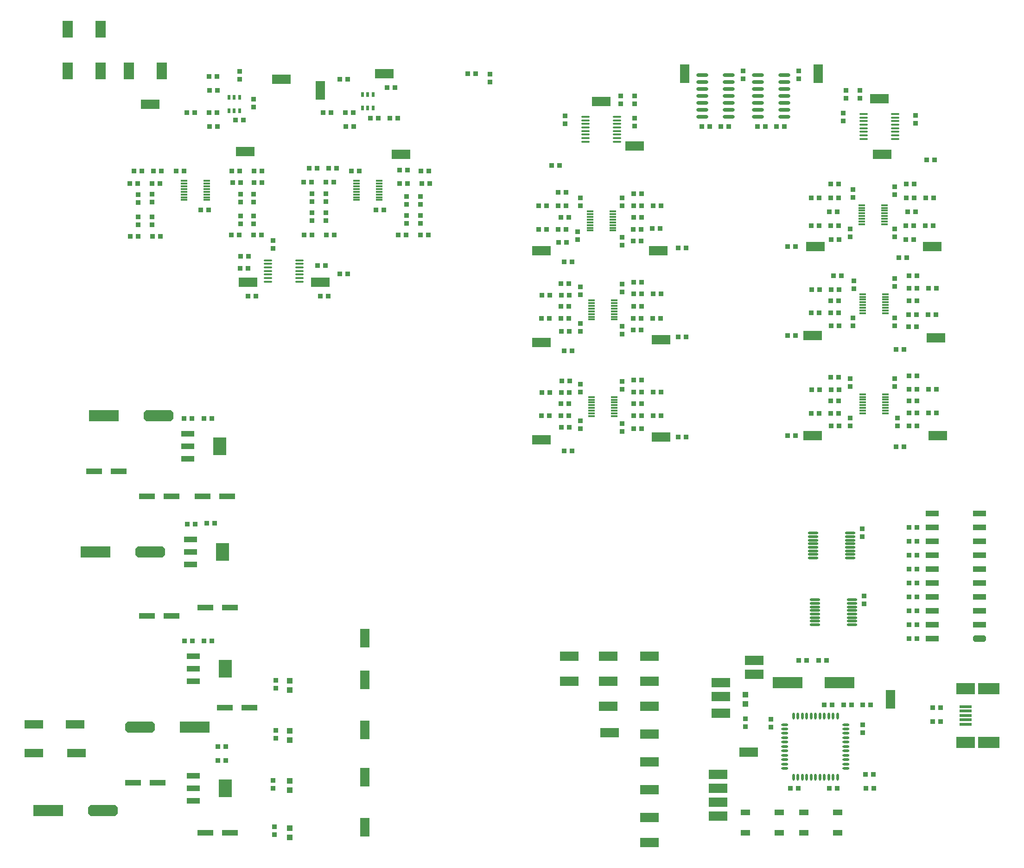
<source format=gtp>
%FSLAX25Y25*%
%MOIN*%
G70*
G01*
G75*
G04 Layer_Color=8421504*
%ADD10R,0.03800X0.03200*%
%ADD11R,0.03200X0.03800*%
%ADD12R,0.11811X0.03937*%
%ADD13R,0.07087X0.13386*%
%ADD14O,0.01800X0.05118*%
%ADD15O,0.05118X0.01800*%
%ADD16R,0.13386X0.07087*%
%ADD17R,0.07087X0.04331*%
%ADD18R,0.03937X0.04331*%
%ADD19O,0.08661X0.02362*%
%ADD20O,0.06102X0.01378*%
%ADD21R,0.04724X0.01181*%
%ADD22R,0.02165X0.03740*%
%ADD23R,0.09449X0.03937*%
%ADD24R,0.09449X0.12992*%
%ADD25R,0.21654X0.07874*%
%ADD26R,0.13780X0.08071*%
%ADD27R,0.15748X0.08071*%
%ADD28R,0.08858X0.01969*%
%ADD29R,0.07600X0.12000*%
G04:AMPARAMS|DCode=30|XSize=216.54mil|YSize=78.74mil|CornerRadius=0mil|HoleSize=0mil|Usage=FLASHONLY|Rotation=180.000|XOffset=0mil|YOffset=0mil|HoleType=Round|Shape=Octagon|*
%AMOCTAGOND30*
4,1,8,-0.10827,0.01969,-0.10827,-0.01969,-0.08858,-0.03937,0.08858,-0.03937,0.10827,-0.01969,0.10827,0.01969,0.08858,0.03937,-0.08858,0.03937,-0.10827,0.01969,0.0*
%
%ADD30OCTAGOND30*%

%ADD31R,0.21654X0.07874*%
%ADD32R,0.13780X0.06299*%
%ADD33O,0.07480X0.01772*%
%ADD34R,0.09606X0.04409*%
G04:AMPARAMS|DCode=35|XSize=96.06mil|YSize=44.09mil|CornerRadius=0mil|HoleSize=0mil|Usage=FLASHONLY|Rotation=180.000|XOffset=0mil|YOffset=0mil|HoleType=Round|Shape=Octagon|*
%AMOCTAGOND35*
4,1,8,-0.04803,0.01102,-0.04803,-0.01102,-0.03701,-0.02205,0.03701,-0.02205,0.04803,-0.01102,0.04803,0.01102,0.03701,0.02205,-0.03701,0.02205,-0.04803,0.01102,0.0*
%
%ADD35OCTAGOND35*%

%ADD36C,0.00800*%
%ADD37C,0.03500*%
%ADD38C,0.05500*%
%ADD39C,0.06000*%
%ADD40C,0.08000*%
%ADD41C,0.02500*%
%ADD42C,0.01000*%
%ADD43C,0.01500*%
%ADD44C,0.02000*%
%ADD45C,0.04000*%
%ADD46C,0.01200*%
%ADD47C,0.01600*%
%ADD48C,0.09000*%
%ADD49C,0.06500*%
%ADD50C,0.06500*%
%ADD51C,0.06000*%
%ADD52R,0.12000X0.12000*%
%ADD53C,0.06200*%
%ADD54R,0.05800X0.05800*%
%ADD55C,0.05800*%
%ADD56P,0.10653X8X112.5*%
%ADD57C,0.09843*%
%ADD58C,0.14500*%
%ADD59C,0.08268*%
%ADD60R,0.08858X0.08858*%
%ADD61C,0.17716*%
%ADD62C,0.15748*%
G04:AMPARAMS|DCode=63|XSize=180mil|YSize=300mil|CornerRadius=0mil|HoleSize=0mil|Usage=FLASHONLY|Rotation=180.000|XOffset=0mil|YOffset=0mil|HoleType=Round|Shape=Octagon|*
%AMOCTAGOND63*
4,1,8,0.04500,-0.15000,-0.04500,-0.15000,-0.09000,-0.10500,-0.09000,0.10500,-0.04500,0.15000,0.04500,0.15000,0.09000,0.10500,0.09000,-0.10500,0.04500,-0.15000,0.0*
%
%ADD63OCTAGOND63*%

%ADD64P,0.25569X8X202.5*%
%ADD65C,0.04000*%
%ADD66C,0.03500*%
%ADD67C,0.03600*%
%ADD68C,0.07000*%
G04:AMPARAMS|DCode=69|XSize=85mil|YSize=85mil|CornerRadius=0mil|HoleSize=0mil|Usage=FLASHONLY|Rotation=0.000|XOffset=0mil|YOffset=0mil|HoleType=Round|Shape=Relief|Width=10mil|Gap=15mil|Entries=4|*
%AMTHD69*
7,0,0,0.08500,0.05500,0.01000,45*
%
%ADD69THD69*%
%ADD70C,0.08000*%
%ADD71C,0.13000*%
G04:AMPARAMS|DCode=72|XSize=86mil|YSize=86mil|CornerRadius=0mil|HoleSize=0mil|Usage=FLASHONLY|Rotation=0.000|XOffset=0mil|YOffset=0mil|HoleType=Round|Shape=Relief|Width=10mil|Gap=15mil|Entries=4|*
%AMTHD72*
7,0,0,0.08600,0.05600,0.01000,45*
%
%ADD72THD72*%
%ADD73C,0.08600*%
%ADD74C,0.08700*%
G04:AMPARAMS|DCode=75|XSize=87mil|YSize=87mil|CornerRadius=0mil|HoleSize=0mil|Usage=FLASHONLY|Rotation=0.000|XOffset=0mil|YOffset=0mil|HoleType=Round|Shape=Relief|Width=10mil|Gap=15mil|Entries=4|*
%AMTHD75*
7,0,0,0.08700,0.05700,0.01000,45*
%
%ADD75THD75*%
%ADD76C,0.10906*%
%ADD77C,0.15236*%
%ADD78C,0.10118*%
%ADD79C,0.09500*%
G04:AMPARAMS|DCode=80|XSize=95mil|YSize=95mil|CornerRadius=0mil|HoleSize=0mil|Usage=FLASHONLY|Rotation=0.000|XOffset=0mil|YOffset=0mil|HoleType=Round|Shape=Relief|Width=10mil|Gap=15mil|Entries=4|*
%AMTHD80*
7,0,0,0.09500,0.06500,0.01000,45*
%
%ADD80THD80*%
%ADD81C,0.08500*%
%ADD82C,0.19016*%
G04:AMPARAMS|DCode=83|XSize=109.055mil|YSize=109.055mil|CornerRadius=0mil|HoleSize=0mil|Usage=FLASHONLY|Rotation=0.000|XOffset=0mil|YOffset=0mil|HoleType=Round|Shape=Relief|Width=10mil|Gap=15mil|Entries=4|*
%AMTHD83*
7,0,0,0.10906,0.07906,0.01000,45*
%
%ADD83THD83*%
G04:AMPARAMS|DCode=84|XSize=187.795mil|YSize=187.795mil|CornerRadius=0mil|HoleSize=0mil|Usage=FLASHONLY|Rotation=0.000|XOffset=0mil|YOffset=0mil|HoleType=Round|Shape=Relief|Width=10mil|Gap=15mil|Entries=4|*
%AMTHD84*
7,0,0,0.18779,0.15779,0.01000,45*
%
%ADD84THD84*%
%ADD85C,0.20500*%
%ADD86C,0.26000*%
G04:AMPARAMS|DCode=87|XSize=66mil|YSize=66mil|CornerRadius=0mil|HoleSize=0mil|Usage=FLASHONLY|Rotation=0.000|XOffset=0mil|YOffset=0mil|HoleType=Round|Shape=Relief|Width=10mil|Gap=15mil|Entries=4|*
%AMTHD87*
7,0,0,0.06600,0.03600,0.01000,45*
%
%ADD87THD87*%
%ADD88C,0.06600*%
%ADD89C,0.05000*%
%ADD90C,0.03000*%
%ADD91C,0.04600*%
%ADD92C,0.02362*%
%ADD93C,0.00984*%
%ADD94C,0.04134*%
%ADD95C,0.03937*%
%ADD96C,0.00600*%
%ADD97C,0.00787*%
%ADD98C,0.00300*%
%ADD99C,0.00600*%
%ADD100C,0.01969*%
%ADD101C,0.04921*%
%ADD102C,0.05906*%
%ADD103C,0.00200*%
D10*
X2641000Y1994500D02*
D03*
Y1988900D02*
D03*
X2671000Y1996500D02*
D03*
Y1990900D02*
D03*
X2844000Y1744000D02*
D03*
Y1749600D02*
D03*
X2759500Y1754000D02*
D03*
Y1748400D02*
D03*
X2798000Y2220000D02*
D03*
Y2214400D02*
D03*
X2758000Y2220000D02*
D03*
Y2214400D02*
D03*
X2420000Y2092400D02*
D03*
Y2098000D02*
D03*
X2832000Y2200400D02*
D03*
Y2206000D02*
D03*
X2680000Y2196400D02*
D03*
Y2202000D02*
D03*
Y2186000D02*
D03*
Y2180400D02*
D03*
X2630000Y2182000D02*
D03*
Y2187600D02*
D03*
X2830000Y2184000D02*
D03*
Y2189600D02*
D03*
X2671000Y1960500D02*
D03*
Y1966100D02*
D03*
X2641000Y1962500D02*
D03*
Y1968100D02*
D03*
X2671000Y2030500D02*
D03*
Y2036100D02*
D03*
X2641000Y2064500D02*
D03*
Y2058900D02*
D03*
X2671000Y2066500D02*
D03*
Y2060900D02*
D03*
X2641000Y2032500D02*
D03*
Y2038100D02*
D03*
X2869000Y1964500D02*
D03*
Y1970100D02*
D03*
X2867000Y1998500D02*
D03*
Y1992900D02*
D03*
X2837500Y2069000D02*
D03*
Y2063400D02*
D03*
X2641000Y2128500D02*
D03*
Y2122900D02*
D03*
X2671000Y2128500D02*
D03*
Y2122900D02*
D03*
Y2094500D02*
D03*
Y2100100D02*
D03*
X2639000Y2098500D02*
D03*
Y2104100D02*
D03*
X2835000Y1964500D02*
D03*
Y1970100D02*
D03*
Y1998500D02*
D03*
Y1992900D02*
D03*
X2867000Y2036500D02*
D03*
Y2042100D02*
D03*
Y2070500D02*
D03*
Y2064900D02*
D03*
X2837000Y2036500D02*
D03*
Y2042100D02*
D03*
X2867000Y2100500D02*
D03*
Y2106100D02*
D03*
Y2136500D02*
D03*
Y2130900D02*
D03*
X2835000Y2100500D02*
D03*
Y2106100D02*
D03*
X2837000Y2134500D02*
D03*
Y2128900D02*
D03*
X2526000Y2116000D02*
D03*
Y2110400D02*
D03*
X2516000Y2116000D02*
D03*
Y2110400D02*
D03*
Y2124000D02*
D03*
Y2129600D02*
D03*
X2526000Y2124000D02*
D03*
Y2129600D02*
D03*
X2458000Y2118000D02*
D03*
Y2112400D02*
D03*
X2448000Y2118000D02*
D03*
Y2112400D02*
D03*
X2458000Y2126000D02*
D03*
Y2131600D02*
D03*
X2448000Y2126000D02*
D03*
Y2131600D02*
D03*
X2420000Y1704000D02*
D03*
Y1709600D02*
D03*
X2670000Y2196400D02*
D03*
Y2202000D02*
D03*
X2333000Y2125500D02*
D03*
Y2131100D02*
D03*
X2406000Y2115500D02*
D03*
Y2109900D02*
D03*
X2396500Y2115500D02*
D03*
Y2109900D02*
D03*
X2406000Y2125500D02*
D03*
Y2131100D02*
D03*
X2396500Y2125500D02*
D03*
Y2131100D02*
D03*
X2323000Y2125400D02*
D03*
Y2131000D02*
D03*
X2333000Y2115000D02*
D03*
Y2109400D02*
D03*
X2323000Y2115000D02*
D03*
Y2109400D02*
D03*
X2576000Y2212000D02*
D03*
Y2217600D02*
D03*
X2406000Y2194000D02*
D03*
Y2199600D02*
D03*
X2396000Y2214000D02*
D03*
Y2219600D02*
D03*
X2421000Y1670500D02*
D03*
Y1676100D02*
D03*
X2422000Y1740000D02*
D03*
Y1745600D02*
D03*
Y1776000D02*
D03*
Y1781600D02*
D03*
X2882000Y2188000D02*
D03*
Y2182400D02*
D03*
X2845000Y1836500D02*
D03*
Y1842100D02*
D03*
X2843500Y1885000D02*
D03*
Y1890600D02*
D03*
X2778000Y1748000D02*
D03*
Y1753600D02*
D03*
X2842000Y2200400D02*
D03*
Y2206000D02*
D03*
D11*
X2627500Y1997000D02*
D03*
X2633100D02*
D03*
X2734000Y2180000D02*
D03*
X2728400D02*
D03*
X2774000D02*
D03*
X2768400D02*
D03*
X2836000Y1764000D02*
D03*
X2830400D02*
D03*
X2844000D02*
D03*
X2849600D02*
D03*
X2822000D02*
D03*
X2816400D02*
D03*
X2846000Y1714000D02*
D03*
X2851600D02*
D03*
X2820000Y1704000D02*
D03*
X2825600D02*
D03*
X2792000D02*
D03*
X2797600D02*
D03*
X2900000Y1762000D02*
D03*
X2894400D02*
D03*
X2900000Y1752000D02*
D03*
X2894400D02*
D03*
X2883000Y1891500D02*
D03*
X2877400D02*
D03*
X2883000Y1871500D02*
D03*
X2877400D02*
D03*
X2883000Y1861500D02*
D03*
X2877400D02*
D03*
X2883000Y1851500D02*
D03*
X2877400D02*
D03*
X2883000Y1841500D02*
D03*
X2877400D02*
D03*
X2883000Y1831500D02*
D03*
X2877400D02*
D03*
X2883000Y1821500D02*
D03*
X2877400D02*
D03*
X2883000Y1811500D02*
D03*
X2877400D02*
D03*
X2852000Y1704000D02*
D03*
X2846400D02*
D03*
X2883000Y1881500D02*
D03*
X2877400D02*
D03*
X2782000Y2180000D02*
D03*
X2787600D02*
D03*
X2742000D02*
D03*
X2747600D02*
D03*
X2473600Y2074000D02*
D03*
X2468000D02*
D03*
X2711400Y1956500D02*
D03*
X2717000D02*
D03*
X2629400Y1946500D02*
D03*
X2635000D02*
D03*
X2711400Y2028500D02*
D03*
X2717000D02*
D03*
X2629400Y2018500D02*
D03*
X2635000D02*
D03*
X2629400Y2082500D02*
D03*
X2635000D02*
D03*
X2711400Y2092500D02*
D03*
X2717000D02*
D03*
X2620400Y2152000D02*
D03*
X2626000D02*
D03*
X2895600Y2156000D02*
D03*
X2890000D02*
D03*
X2873600Y1949500D02*
D03*
X2868000D02*
D03*
X2795600Y1957500D02*
D03*
X2790000D02*
D03*
X2873600Y2019500D02*
D03*
X2868000D02*
D03*
X2795600Y2029500D02*
D03*
X2790000D02*
D03*
X2875600Y2085500D02*
D03*
X2870000D02*
D03*
X2795600Y2093500D02*
D03*
X2790000D02*
D03*
X2625000Y2106000D02*
D03*
X2630600D02*
D03*
X2685000Y1962500D02*
D03*
X2679400D02*
D03*
X2685000Y1972000D02*
D03*
X2679400D02*
D03*
X2699000D02*
D03*
X2693400D02*
D03*
X2685000Y1989000D02*
D03*
X2679400D02*
D03*
X2699000D02*
D03*
X2693400D02*
D03*
X2685000Y1980500D02*
D03*
X2679400D02*
D03*
X2627000Y1972000D02*
D03*
X2632600D02*
D03*
X2633000Y1963500D02*
D03*
X2627400D02*
D03*
X2613000Y1972000D02*
D03*
X2618600D02*
D03*
X2633000Y1988500D02*
D03*
X2627400D02*
D03*
X2619000D02*
D03*
X2613400D02*
D03*
X2627000Y1980500D02*
D03*
X2632600D02*
D03*
X2679000Y2042000D02*
D03*
X2684600D02*
D03*
X2693000D02*
D03*
X2698600D02*
D03*
X2679000Y2033500D02*
D03*
X2684600D02*
D03*
X2685000Y2068000D02*
D03*
X2679400D02*
D03*
X2685000Y2059500D02*
D03*
X2679400D02*
D03*
X2699000D02*
D03*
X2693400D02*
D03*
X2633000Y2032500D02*
D03*
X2627400D02*
D03*
X2627000Y2042000D02*
D03*
X2632600D02*
D03*
X2613000D02*
D03*
X2618600D02*
D03*
X2633000Y2058500D02*
D03*
X2627400D02*
D03*
X2619000D02*
D03*
X2613400D02*
D03*
X2685000Y2050500D02*
D03*
X2679400D02*
D03*
X2627000D02*
D03*
X2632600D02*
D03*
X2679000Y2097500D02*
D03*
X2684600D02*
D03*
X2679000Y2106000D02*
D03*
X2684600D02*
D03*
X2692500Y2106500D02*
D03*
X2698100D02*
D03*
X2699000Y2123000D02*
D03*
X2693400D02*
D03*
X2685000D02*
D03*
X2679400D02*
D03*
X2685000Y2114500D02*
D03*
X2679400D02*
D03*
X2631000Y2096500D02*
D03*
X2625400D02*
D03*
X2611000Y2106000D02*
D03*
X2616600D02*
D03*
X2627000Y2114500D02*
D03*
X2632600D02*
D03*
X2625000Y2123000D02*
D03*
X2630600D02*
D03*
X2611000D02*
D03*
X2616600D02*
D03*
X2883000Y1964500D02*
D03*
X2877400D02*
D03*
X2897000Y1974000D02*
D03*
X2891400D02*
D03*
X2883000D02*
D03*
X2877400D02*
D03*
X2883000Y1991000D02*
D03*
X2877400D02*
D03*
X2897000D02*
D03*
X2891400D02*
D03*
X2883000Y1982500D02*
D03*
X2877400D02*
D03*
X2827000Y1964500D02*
D03*
X2821400D02*
D03*
X2821000Y1973500D02*
D03*
X2826600D02*
D03*
X2807000D02*
D03*
X2812600D02*
D03*
X2821000Y1999500D02*
D03*
X2826600D02*
D03*
X2813000Y1990500D02*
D03*
X2807400D02*
D03*
X2827000D02*
D03*
X2821400D02*
D03*
X2821000Y1982500D02*
D03*
X2826600D02*
D03*
X2891000Y2044500D02*
D03*
X2896600D02*
D03*
X2877000D02*
D03*
X2882600D02*
D03*
X2877000Y2036000D02*
D03*
X2882600D02*
D03*
X2883000Y2072500D02*
D03*
X2877400D02*
D03*
X2883000Y2063500D02*
D03*
X2877400D02*
D03*
X2897000D02*
D03*
X2891400D02*
D03*
X2883000Y2054500D02*
D03*
X2877400D02*
D03*
X2827000Y2036500D02*
D03*
X2821400D02*
D03*
X2821000Y2046000D02*
D03*
X2826600D02*
D03*
X2807000D02*
D03*
X2812600D02*
D03*
X2821000Y2054500D02*
D03*
X2826600D02*
D03*
X2813000Y2062500D02*
D03*
X2807400D02*
D03*
X2827000D02*
D03*
X2821400D02*
D03*
X2875000Y2098500D02*
D03*
X2880600D02*
D03*
X2889000Y2108500D02*
D03*
X2894600D02*
D03*
X2875000D02*
D03*
X2880600D02*
D03*
X2881000Y2138500D02*
D03*
X2875400D02*
D03*
X2895000Y2128500D02*
D03*
X2889400D02*
D03*
X2881000D02*
D03*
X2875400D02*
D03*
X2882000Y2118500D02*
D03*
X2876400D02*
D03*
X2807000Y2108500D02*
D03*
X2812600D02*
D03*
X2821000D02*
D03*
X2826600D02*
D03*
X2827000Y2098500D02*
D03*
X2821400D02*
D03*
X2821000Y2128500D02*
D03*
X2826600D02*
D03*
X2820000Y2118500D02*
D03*
X2825600D02*
D03*
X2452000Y2080000D02*
D03*
X2457600D02*
D03*
X2407600Y2058000D02*
D03*
X2402000D02*
D03*
X2459600D02*
D03*
X2454000D02*
D03*
X2396500Y2086500D02*
D03*
X2402100D02*
D03*
X2402000Y2078000D02*
D03*
X2396400D02*
D03*
X2482000Y2148000D02*
D03*
X2476400D02*
D03*
X2504000Y2186000D02*
D03*
X2509600D02*
D03*
X2446000Y2150000D02*
D03*
X2451600D02*
D03*
X2460000D02*
D03*
X2465600D02*
D03*
X2458000Y2140000D02*
D03*
X2463600D02*
D03*
X2442000D02*
D03*
X2447600D02*
D03*
X2516500Y2148500D02*
D03*
X2510900D02*
D03*
X2526000Y2102000D02*
D03*
X2531600D02*
D03*
X2510000D02*
D03*
X2515600D02*
D03*
X2494000Y2120000D02*
D03*
X2499600D02*
D03*
X2532500Y2139000D02*
D03*
X2526900D02*
D03*
X2516500D02*
D03*
X2510900D02*
D03*
X2464000Y2102000D02*
D03*
X2458400D02*
D03*
X2448000D02*
D03*
X2442400D02*
D03*
X2461600Y2190000D02*
D03*
X2456000D02*
D03*
X2478000Y2180000D02*
D03*
X2472400D02*
D03*
X2472000Y2190000D02*
D03*
X2477600D02*
D03*
X2378000Y1894500D02*
D03*
X2372400D02*
D03*
X2376000Y1810000D02*
D03*
X2370400D02*
D03*
X2363600Y2190000D02*
D03*
X2358000D02*
D03*
X2380000Y2180000D02*
D03*
X2374400D02*
D03*
X2356000Y2148000D02*
D03*
X2350400D02*
D03*
X2406000Y2101900D02*
D03*
X2411600D02*
D03*
X2390000Y2102000D02*
D03*
X2395600D02*
D03*
X2396500Y2139500D02*
D03*
X2390900D02*
D03*
X2412000D02*
D03*
X2406400D02*
D03*
X2368000Y2120000D02*
D03*
X2373600D02*
D03*
X2333000Y2139000D02*
D03*
X2338600D02*
D03*
X2317000D02*
D03*
X2322600D02*
D03*
X2339000Y2101000D02*
D03*
X2333400D02*
D03*
X2323000D02*
D03*
X2317400D02*
D03*
X2560000Y2218000D02*
D03*
X2565600D02*
D03*
X2502000Y2208000D02*
D03*
X2507600D02*
D03*
X2490000Y2186000D02*
D03*
X2495600D02*
D03*
X2374000Y2190000D02*
D03*
X2379600D02*
D03*
X2380000Y2206000D02*
D03*
X2374400D02*
D03*
X2393000Y2184500D02*
D03*
X2398600D02*
D03*
X2374000Y2216000D02*
D03*
X2379600D02*
D03*
X2334000Y2148000D02*
D03*
X2339600D02*
D03*
X2412000D02*
D03*
X2406400D02*
D03*
X2364000Y1894000D02*
D03*
X2358400D02*
D03*
X2320000Y2148000D02*
D03*
X2325600D02*
D03*
X2396000D02*
D03*
X2390400D02*
D03*
X2386000Y1724000D02*
D03*
X2380400D02*
D03*
X2386000Y1734000D02*
D03*
X2380400D02*
D03*
X2685000Y1997500D02*
D03*
X2679400D02*
D03*
X2883000Y2000500D02*
D03*
X2877400D02*
D03*
X2627000Y2067000D02*
D03*
X2632600D02*
D03*
X2823000Y2072500D02*
D03*
X2828600D02*
D03*
X2807000Y2128500D02*
D03*
X2812600D02*
D03*
X2625000Y2132500D02*
D03*
X2630600D02*
D03*
X2685000Y2131500D02*
D03*
X2679400D02*
D03*
X2821000Y2138500D02*
D03*
X2826600D02*
D03*
X2798000Y1796000D02*
D03*
X2803600D02*
D03*
X2818000D02*
D03*
X2812400D02*
D03*
X2468000Y2214000D02*
D03*
X2473600D02*
D03*
X2356000Y1970000D02*
D03*
X2361600D02*
D03*
X2376000D02*
D03*
X2370400D02*
D03*
X2532000Y2148000D02*
D03*
X2526400D02*
D03*
X2362000Y1810000D02*
D03*
X2356400D02*
D03*
D12*
X2385142Y1762000D02*
D03*
X2402858D02*
D03*
X2388858Y1834000D02*
D03*
X2371142D02*
D03*
X2329142Y1828000D02*
D03*
X2346858D02*
D03*
Y1914000D02*
D03*
X2329142D02*
D03*
X2308858Y1932000D02*
D03*
X2291142D02*
D03*
X2386858Y1914000D02*
D03*
X2369142D02*
D03*
X2371142Y1672000D02*
D03*
X2388858D02*
D03*
X2336858Y1708000D02*
D03*
X2319142D02*
D03*
D13*
X2486000Y1746000D02*
D03*
Y1782000D02*
D03*
Y1812000D02*
D03*
Y1712000D02*
D03*
Y1676000D02*
D03*
X2716000Y2218000D02*
D03*
X2812000D02*
D03*
X2454000Y2206000D02*
D03*
X2864000Y1768000D02*
D03*
D14*
X2825748Y1711953D02*
D03*
X2822598D02*
D03*
X2819449D02*
D03*
X2816299D02*
D03*
X2813150D02*
D03*
X2810000D02*
D03*
X2806850D02*
D03*
X2803701D02*
D03*
X2800551D02*
D03*
X2797402D02*
D03*
X2794252D02*
D03*
X2794252Y1756047D02*
D03*
X2797402D02*
D03*
X2800551D02*
D03*
X2803701D02*
D03*
X2806850D02*
D03*
X2810000D02*
D03*
X2813150D02*
D03*
X2816299D02*
D03*
X2819449D02*
D03*
X2822598D02*
D03*
X2825748D02*
D03*
D15*
X2787953Y1718252D02*
D03*
Y1721402D02*
D03*
Y1724551D02*
D03*
Y1727701D02*
D03*
Y1730850D02*
D03*
Y1734000D02*
D03*
Y1737150D02*
D03*
Y1740299D02*
D03*
Y1743449D02*
D03*
Y1746598D02*
D03*
Y1749748D02*
D03*
X2832047Y1749748D02*
D03*
Y1746598D02*
D03*
Y1743449D02*
D03*
Y1740299D02*
D03*
Y1737150D02*
D03*
Y1734000D02*
D03*
Y1730850D02*
D03*
Y1727701D02*
D03*
Y1724551D02*
D03*
Y1721402D02*
D03*
Y1718252D02*
D03*
D16*
X2633000Y1781000D02*
D03*
Y1799000D02*
D03*
X2662000Y1744000D02*
D03*
X2690500Y1665000D02*
D03*
X2762000Y1730000D02*
D03*
X2690500Y1799000D02*
D03*
X2661000D02*
D03*
Y1781000D02*
D03*
Y1763000D02*
D03*
X2690500Y1683000D02*
D03*
Y1703000D02*
D03*
Y1723000D02*
D03*
Y1743000D02*
D03*
Y1763000D02*
D03*
Y1781000D02*
D03*
X2858000Y2160000D02*
D03*
X2680000Y2166000D02*
D03*
X2699000Y1956500D02*
D03*
X2613000Y1954500D02*
D03*
X2699000Y2026500D02*
D03*
X2613000Y2024500D02*
D03*
X2697000Y2090500D02*
D03*
X2613000D02*
D03*
X2898000Y1957500D02*
D03*
X2808000D02*
D03*
X2896500Y2028000D02*
D03*
X2808000Y2029500D02*
D03*
X2894000Y2093500D02*
D03*
X2810000D02*
D03*
X2454000Y2068000D02*
D03*
X2402000D02*
D03*
X2500000Y2218000D02*
D03*
X2426000Y2214000D02*
D03*
X2856000Y2200000D02*
D03*
X2656000Y2198000D02*
D03*
X2512000Y2160000D02*
D03*
X2331500Y2196000D02*
D03*
X2400000Y2162000D02*
D03*
X2766000Y1786000D02*
D03*
Y1796000D02*
D03*
X2740000Y1684000D02*
D03*
X2742000Y1770000D02*
D03*
Y1780000D02*
D03*
Y1758000D02*
D03*
X2740000Y1714000D02*
D03*
Y1704000D02*
D03*
Y1694000D02*
D03*
D17*
X2826000Y1686567D02*
D03*
X2801591D02*
D03*
Y1672000D02*
D03*
X2826000D02*
D03*
X2784000Y1686567D02*
D03*
X2759591D02*
D03*
Y1672000D02*
D03*
X2784000D02*
D03*
D18*
X2759500Y1764654D02*
D03*
Y1771346D02*
D03*
X2432000Y1675347D02*
D03*
Y1668654D02*
D03*
Y1781347D02*
D03*
Y1774654D02*
D03*
Y1745346D02*
D03*
Y1738654D02*
D03*
Y1709347D02*
D03*
Y1702654D02*
D03*
D19*
X2787449Y2187000D02*
D03*
Y2192000D02*
D03*
Y2197000D02*
D03*
Y2202000D02*
D03*
Y2207000D02*
D03*
Y2212000D02*
D03*
Y2217000D02*
D03*
X2768551Y2187000D02*
D03*
Y2192000D02*
D03*
Y2197000D02*
D03*
Y2202000D02*
D03*
Y2207000D02*
D03*
Y2212000D02*
D03*
Y2217000D02*
D03*
X2747449Y2187000D02*
D03*
Y2192000D02*
D03*
Y2197000D02*
D03*
Y2202000D02*
D03*
Y2207000D02*
D03*
Y2212000D02*
D03*
Y2217000D02*
D03*
X2728551Y2187000D02*
D03*
Y2192000D02*
D03*
Y2197000D02*
D03*
Y2202000D02*
D03*
Y2207000D02*
D03*
Y2212000D02*
D03*
Y2217000D02*
D03*
D20*
X2438819Y2068323D02*
D03*
Y2070882D02*
D03*
Y2073441D02*
D03*
Y2076000D02*
D03*
Y2078559D02*
D03*
Y2081118D02*
D03*
Y2083677D02*
D03*
X2416181Y2068323D02*
D03*
Y2070882D02*
D03*
Y2073441D02*
D03*
Y2076000D02*
D03*
Y2078559D02*
D03*
Y2081118D02*
D03*
Y2083677D02*
D03*
X2644681Y2186957D02*
D03*
Y2184398D02*
D03*
Y2181839D02*
D03*
Y2179280D02*
D03*
Y2176720D02*
D03*
Y2174161D02*
D03*
Y2171602D02*
D03*
Y2169043D02*
D03*
X2667319Y2186957D02*
D03*
Y2184398D02*
D03*
Y2181839D02*
D03*
Y2179280D02*
D03*
Y2176720D02*
D03*
Y2174161D02*
D03*
Y2171602D02*
D03*
Y2169043D02*
D03*
X2844681Y2188957D02*
D03*
Y2186398D02*
D03*
Y2183839D02*
D03*
Y2181280D02*
D03*
Y2178720D02*
D03*
Y2176161D02*
D03*
Y2173602D02*
D03*
Y2171043D02*
D03*
X2867319Y2188957D02*
D03*
Y2186398D02*
D03*
Y2183839D02*
D03*
Y2181280D02*
D03*
Y2178720D02*
D03*
Y2176161D02*
D03*
Y2173602D02*
D03*
Y2171043D02*
D03*
D21*
X2665169Y2041110D02*
D03*
Y2043079D02*
D03*
Y2045047D02*
D03*
Y2047016D02*
D03*
Y2048984D02*
D03*
Y2050953D02*
D03*
Y2052921D02*
D03*
Y2054890D02*
D03*
X2648831Y2041110D02*
D03*
Y2043079D02*
D03*
Y2045047D02*
D03*
Y2047016D02*
D03*
Y2048984D02*
D03*
Y2050953D02*
D03*
Y2052921D02*
D03*
Y2054890D02*
D03*
X2664169Y2105110D02*
D03*
Y2107079D02*
D03*
Y2109047D02*
D03*
Y2111016D02*
D03*
Y2112984D02*
D03*
Y2114953D02*
D03*
Y2116921D02*
D03*
Y2118890D02*
D03*
X2647831Y2105110D02*
D03*
Y2107079D02*
D03*
Y2109047D02*
D03*
Y2111016D02*
D03*
Y2112984D02*
D03*
Y2114953D02*
D03*
Y2116921D02*
D03*
Y2118890D02*
D03*
X2860169Y1973610D02*
D03*
Y1975579D02*
D03*
Y1977547D02*
D03*
Y1979516D02*
D03*
Y1981484D02*
D03*
Y1983453D02*
D03*
Y1985421D02*
D03*
Y1987390D02*
D03*
X2843831Y1973610D02*
D03*
Y1975579D02*
D03*
Y1977547D02*
D03*
Y1979516D02*
D03*
Y1981484D02*
D03*
Y1983453D02*
D03*
Y1985421D02*
D03*
Y1987390D02*
D03*
X2860169Y2045610D02*
D03*
Y2047579D02*
D03*
Y2049547D02*
D03*
Y2051516D02*
D03*
Y2053484D02*
D03*
Y2055453D02*
D03*
Y2057421D02*
D03*
Y2059390D02*
D03*
X2843831Y2045610D02*
D03*
Y2047579D02*
D03*
Y2049547D02*
D03*
Y2051516D02*
D03*
Y2053484D02*
D03*
Y2055453D02*
D03*
Y2057421D02*
D03*
Y2059390D02*
D03*
X2859669Y2109610D02*
D03*
Y2111579D02*
D03*
Y2113547D02*
D03*
Y2115516D02*
D03*
Y2117484D02*
D03*
Y2119453D02*
D03*
Y2121421D02*
D03*
Y2123390D02*
D03*
X2843331Y2109610D02*
D03*
Y2111579D02*
D03*
Y2113547D02*
D03*
Y2115516D02*
D03*
Y2117484D02*
D03*
Y2119453D02*
D03*
Y2121421D02*
D03*
Y2123390D02*
D03*
X2496169Y2127110D02*
D03*
Y2129079D02*
D03*
Y2131047D02*
D03*
Y2133016D02*
D03*
Y2134984D02*
D03*
Y2136953D02*
D03*
Y2138921D02*
D03*
Y2140890D02*
D03*
X2479831Y2127110D02*
D03*
Y2129079D02*
D03*
Y2131047D02*
D03*
Y2133016D02*
D03*
Y2134984D02*
D03*
Y2136953D02*
D03*
Y2138921D02*
D03*
Y2140890D02*
D03*
X2372169Y2127110D02*
D03*
Y2129079D02*
D03*
Y2131047D02*
D03*
Y2133016D02*
D03*
Y2134984D02*
D03*
Y2136953D02*
D03*
Y2138921D02*
D03*
Y2140890D02*
D03*
X2355831Y2127110D02*
D03*
Y2129079D02*
D03*
Y2131047D02*
D03*
Y2133016D02*
D03*
Y2134984D02*
D03*
Y2136953D02*
D03*
Y2138921D02*
D03*
Y2140890D02*
D03*
X2665169Y1971610D02*
D03*
Y1973579D02*
D03*
Y1975547D02*
D03*
Y1977516D02*
D03*
Y1979484D02*
D03*
Y1981453D02*
D03*
Y1983421D02*
D03*
Y1985390D02*
D03*
X2648831Y1971610D02*
D03*
Y1973579D02*
D03*
Y1975547D02*
D03*
Y1977516D02*
D03*
Y1979484D02*
D03*
Y1981453D02*
D03*
Y1983421D02*
D03*
Y1985390D02*
D03*
D22*
X2491740Y2202823D02*
D03*
X2488000D02*
D03*
X2484260D02*
D03*
Y2193177D02*
D03*
X2488000D02*
D03*
X2491740D02*
D03*
X2395740Y2200823D02*
D03*
X2392000D02*
D03*
X2388260D02*
D03*
Y2191177D02*
D03*
X2392000D02*
D03*
X2395740D02*
D03*
D23*
X2358583Y1959055D02*
D03*
Y1950000D02*
D03*
Y1940945D02*
D03*
X2360583Y1883055D02*
D03*
Y1874000D02*
D03*
Y1864945D02*
D03*
X2362583Y1799055D02*
D03*
Y1790000D02*
D03*
Y1780945D02*
D03*
Y1713055D02*
D03*
Y1704000D02*
D03*
Y1694945D02*
D03*
D24*
X2381417Y1950000D02*
D03*
X2383417Y1874000D02*
D03*
X2385417Y1790000D02*
D03*
Y1704000D02*
D03*
D25*
X2827402Y1780000D02*
D03*
X2790000D02*
D03*
D26*
X2917902Y1775689D02*
D03*
Y1736909D02*
D03*
D27*
X2934634Y1775689D02*
D03*
Y1736909D02*
D03*
D28*
X2918000Y1762598D02*
D03*
Y1759449D02*
D03*
Y1756299D02*
D03*
Y1753150D02*
D03*
Y1750000D02*
D03*
D29*
X2296000Y2250000D02*
D03*
X2272400D02*
D03*
X2340000Y2220000D02*
D03*
X2316400D02*
D03*
X2296000D02*
D03*
X2272400D02*
D03*
D30*
X2331685Y1874000D02*
D03*
X2337685Y1972000D02*
D03*
X2324315Y1748000D02*
D03*
X2297685Y1688000D02*
D03*
D31*
X2292315Y1874000D02*
D03*
X2298315Y1972000D02*
D03*
X2363685Y1748000D02*
D03*
X2258315Y1688000D02*
D03*
D32*
X2277528Y1750000D02*
D03*
X2278512Y1729331D02*
D03*
X2248000D02*
D03*
Y1750000D02*
D03*
D33*
X2834787Y1869543D02*
D03*
Y1872102D02*
D03*
Y1874661D02*
D03*
Y1877221D02*
D03*
Y1879779D02*
D03*
Y1882339D02*
D03*
Y1884898D02*
D03*
Y1887457D02*
D03*
X2808213Y1869543D02*
D03*
Y1872102D02*
D03*
Y1874661D02*
D03*
Y1877221D02*
D03*
Y1879779D02*
D03*
Y1882339D02*
D03*
Y1884898D02*
D03*
Y1887457D02*
D03*
X2836287Y1821543D02*
D03*
Y1824102D02*
D03*
Y1826661D02*
D03*
Y1829221D02*
D03*
Y1831779D02*
D03*
Y1834339D02*
D03*
Y1836898D02*
D03*
Y1839457D02*
D03*
X2809713Y1821543D02*
D03*
Y1824102D02*
D03*
Y1826661D02*
D03*
Y1829221D02*
D03*
Y1831779D02*
D03*
Y1834339D02*
D03*
Y1836898D02*
D03*
Y1839457D02*
D03*
D34*
X2894051Y1811500D02*
D03*
Y1821500D02*
D03*
Y1831500D02*
D03*
Y1841500D02*
D03*
Y1851500D02*
D03*
Y1861500D02*
D03*
Y1871500D02*
D03*
Y1881500D02*
D03*
Y1891500D02*
D03*
Y1901500D02*
D03*
X2927949D02*
D03*
Y1891500D02*
D03*
Y1881500D02*
D03*
Y1871500D02*
D03*
Y1861500D02*
D03*
Y1851500D02*
D03*
Y1841500D02*
D03*
Y1831500D02*
D03*
Y1821500D02*
D03*
D35*
Y1811500D02*
D03*
M02*

</source>
